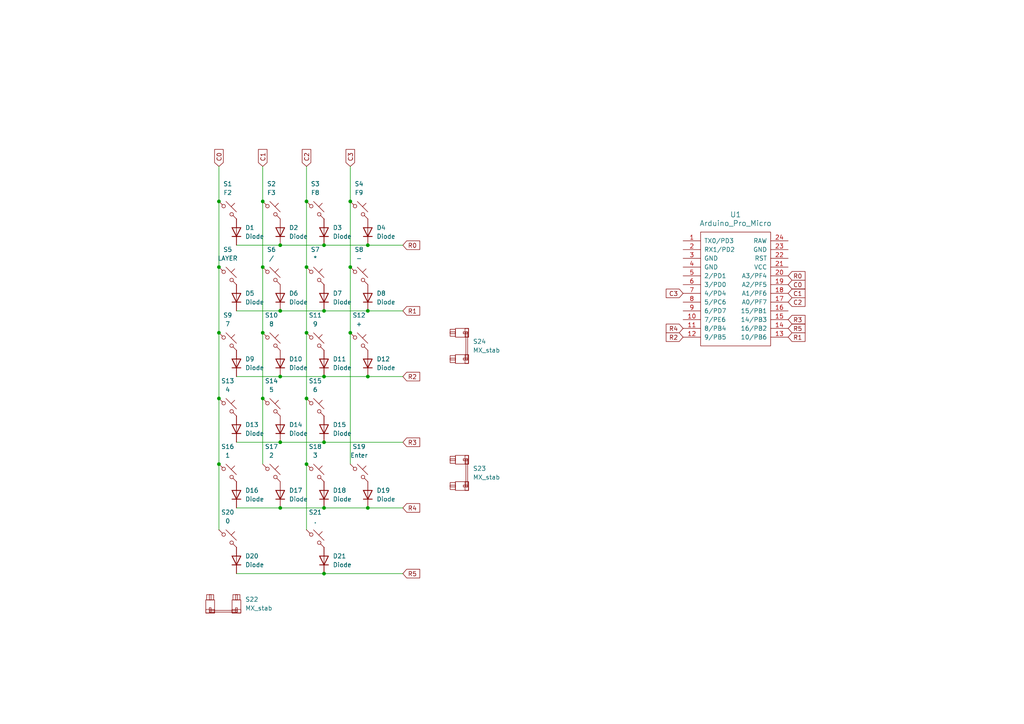
<source format=kicad_sch>
(kicad_sch (version 20230121) (generator eeschema)
  (paper "A4")
  (lib_symbols
    (symbol "PCM_marbastlib-mx:MX_stab" (pin_names (offset 1.016))
      (property "Reference" "S" (at -5.08 6.35 0))
      (property "Value" "MX_stab" (at -5.08 3.81 0))
      (symbol "MX_stab_0_1"
        (rectangle (start -5.08 -1.524) (end -2.54 -2.54))
        (rectangle (start -5.08 1.27) (end -2.54 -2.54))
        (rectangle (start -4.826 2.794) (end -2.794 1.27))
        (rectangle (start -4.064 -2.286) (end -3.556 -1.016))
        (rectangle (start -4.064 -1.778) (end 4.064 -2.286))
        (rectangle (start -4.064 1.27) (end -3.556 2.794))
        (rectangle (start 2.54 -1.524) (end 5.08 -2.54))
        (rectangle (start 2.54 1.27) (end 5.08 -2.54))
        (rectangle (start 2.794 2.794) (end 4.826 1.27))
        (rectangle (start 3.556 1.27) (end 4.064 2.794))
        (rectangle (start 4.064 -2.286) (end 3.556 -1.016))
      )
    )
    (symbol "ScottoKeebs:MCU_Arduino_Pro_Micro" (pin_names (offset 1.016))
      (property "Reference" "U" (at 0 0 0))
      (property "Value" "Arduino_Pro_Micro" (at 0 -19.05 0))
      (symbol "MCU_Arduino_Pro_Micro_0_1"
        (rectangle (start -10.16 16.51) (end 10.16 -16.51))
      )
      (symbol "MCU_Arduino_Pro_Micro_1_1"
        (pin input line (at -15.24 13.97 0) (length 5.08) (name "TX0/PD3") (number "1"))
        (pin input line (at -15.24 -8.89 0) (length 5.08) (name "7/PE6") (number "10"))
        (pin input line (at -15.24 -11.43 0) (length 5.08) (name "8/PB4") (number "11"))
        (pin input line (at -15.24 -13.97 0) (length 5.08) (name "9/PB5") (number "12"))
        (pin input line (at 15.24 -13.97 180) (length 5.08) (name "10/PB6") (number "13"))
        (pin input line (at 15.24 -11.43 180) (length 5.08) (name "16/PB2") (number "14"))
        (pin input line (at 15.24 -8.89 180) (length 5.08) (name "14/PB3") (number "15"))
        (pin input line (at 15.24 -6.35 180) (length 5.08) (name "15/PB1") (number "16"))
        (pin input line (at 15.24 -3.81 180) (length 5.08) (name "A0/PF7") (number "17"))
        (pin input line (at 15.24 -1.27 180) (length 5.08) (name "A1/PF6") (number "18"))
        (pin input line (at 15.24 1.27 180) (length 5.08) (name "A2/PF5") (number "19"))
        (pin input line (at -15.24 11.43 0) (length 5.08) (name "RX1/PD2") (number "2"))
        (pin input line (at 15.24 3.81 180) (length 5.08) (name "A3/PF4") (number "20"))
        (pin input line (at 15.24 6.35 180) (length 5.08) (name "VCC") (number "21"))
        (pin input line (at 15.24 8.89 180) (length 5.08) (name "RST") (number "22"))
        (pin input line (at 15.24 11.43 180) (length 5.08) (name "GND") (number "23"))
        (pin input line (at 15.24 13.97 180) (length 5.08) (name "RAW") (number "24"))
        (pin input line (at -15.24 8.89 0) (length 5.08) (name "GND") (number "3"))
        (pin input line (at -15.24 6.35 0) (length 5.08) (name "GND") (number "4"))
        (pin input line (at -15.24 3.81 0) (length 5.08) (name "2/PD1") (number "5"))
        (pin input line (at -15.24 1.27 0) (length 5.08) (name "3/PD0") (number "6"))
        (pin input line (at -15.24 -1.27 0) (length 5.08) (name "4/PD4") (number "7"))
        (pin input line (at -15.24 -3.81 0) (length 5.08) (name "5/PC6") (number "8"))
        (pin input line (at -15.24 -6.35 0) (length 5.08) (name "6/PD7") (number "9"))
      )
    )
    (symbol "ScottoKeebs:Placeholder_Diode" (pin_numbers hide) (pin_names hide)
      (property "Reference" "D" (at 0 2.54 0))
      (property "Value" "Diode" (at 0 -2.54 0))
      (symbol "Placeholder_Diode_0_1"
        (polyline (pts (xy -1.27 1.27) (xy -1.27 -1.27)) (stroke (width 0.254)))
        (polyline (pts (xy 1.27 0) (xy -1.27 0)))
        (polyline (pts (xy 1.27 1.27) (xy 1.27 -1.27) (xy -1.27 0) (xy 1.27 1.27)) (stroke (width 0.254)))
      )
      (symbol "Placeholder_Diode_1_1"
        (pin passive line (at -3.81 0 0) (length 2.54) (name "K") (number "1"))
        (pin passive line (at 3.81 0 180) (length 2.54) (name "A") (number "2"))
      )
    )
    (symbol "ScottoKeebs:Placeholder_Keyswitch" (pin_numbers hide) (pin_names (offset 1.016) hide)
      (property "Reference" "S" (at 3.048 1.016 0))
      (property "Value" "Keyswitch" (at 0 -3.81 0))
      (symbol "Placeholder_Keyswitch_0_1"
        (circle (center -1.1684 1.1684) (radius 0.508))
        (polyline (pts (xy -0.508 2.54) (xy 2.54 -0.508)))
        (polyline (pts (xy 1.016 1.016) (xy 2.032 2.032)))
        (polyline (pts (xy -2.54 2.54) (xy -1.524 1.524) (xy -1.524 1.524)))
        (polyline (pts (xy 1.524 -1.524) (xy 2.54 -2.54) (xy 2.54 -2.54) (xy 2.54 -2.54)))
        (circle (center 1.143 -1.1938) (radius 0.508))
        (pin passive line (at -2.54 2.54 0) (length 0) (name "1") (number "1"))
        (pin passive line (at 2.54 -2.54 180) (length 0) (name "2") (number "2"))
      )
    )
  )
  (junction (at 81.28 147.32))
  (junction (at 76.2 115.57))
  (junction (at 93.98 90.17))
  (junction (at 93.98 71.12))
  (junction (at 106.68 90.17))
  (junction (at 101.6 77.47))
  (junction (at 88.9 96.52))
  (junction (at 76.2 96.52))
  (junction (at 81.28 71.12))
  (junction (at 93.98 109.22))
  (junction (at 88.9 115.57))
  (junction (at 93.98 166.37))
  (junction (at 101.6 58.42))
  (junction (at 63.5 58.42))
  (junction (at 81.28 109.22))
  (junction (at 63.5 134.62))
  (junction (at 63.5 77.47))
  (junction (at 76.2 58.42))
  (junction (at 76.2 77.47))
  (junction (at 81.28 90.17))
  (junction (at 63.5 115.57))
  (junction (at 81.28 128.27))
  (junction (at 88.9 77.47))
  (junction (at 101.6 96.52))
  (junction (at 106.68 109.22))
  (junction (at 93.98 128.27))
  (junction (at 106.68 147.32))
  (junction (at 93.98 147.32))
  (junction (at 88.9 58.42))
  (junction (at 88.9 134.62))
  (junction (at 63.5 96.52))
  (junction (at 106.68 71.12))
  (wire (pts (xy 68.58 109.22) (xy 81.28 109.22)))
  (wire (pts (xy 81.28 71.12) (xy 93.98 71.12)))
  (wire (pts (xy 88.9 96.52) (xy 88.9 115.57)))
  (wire (pts (xy 81.28 128.27) (xy 93.98 128.27)))
  (wire (pts (xy 106.68 109.22) (xy 116.84 109.22)))
  (wire (pts (xy 106.68 90.17) (xy 116.84 90.17)))
  (wire (pts (xy 63.5 115.57) (xy 63.5 134.62)))
  (wire (pts (xy 68.58 128.27) (xy 81.28 128.27)))
  (wire (pts (xy 76.2 77.47) (xy 76.2 96.52)))
  (wire (pts (xy 76.2 58.42) (xy 76.2 77.47)))
  (wire (pts (xy 63.5 134.62) (xy 63.5 153.67)))
  (wire (pts (xy 88.9 115.57) (xy 88.9 134.62)))
  (wire (pts (xy 93.98 71.12) (xy 106.68 71.12)))
  (wire (pts (xy 88.9 77.47) (xy 88.9 96.52)))
  (wire (pts (xy 81.28 147.32) (xy 93.98 147.32)))
  (wire (pts (xy 101.6 48.26) (xy 101.6 58.42)))
  (wire (pts (xy 88.9 134.62) (xy 88.9 153.67)))
  (wire (pts (xy 68.58 71.12) (xy 81.28 71.12)))
  (wire (pts (xy 106.68 147.32) (xy 116.84 147.32)))
  (wire (pts (xy 93.98 166.37) (xy 116.84 166.37)))
  (wire (pts (xy 63.5 58.42) (xy 63.5 77.47)))
  (wire (pts (xy 63.5 77.47) (xy 63.5 96.52)))
  (wire (pts (xy 93.98 109.22) (xy 106.68 109.22)))
  (wire (pts (xy 93.98 147.32) (xy 106.68 147.32)))
  (wire (pts (xy 68.58 147.32) (xy 81.28 147.32)))
  (wire (pts (xy 63.5 96.52) (xy 63.5 115.57)))
  (wire (pts (xy 93.98 90.17) (xy 106.68 90.17)))
  (wire (pts (xy 76.2 96.52) (xy 76.2 115.57)))
  (wire (pts (xy 76.2 115.57) (xy 76.2 134.62)))
  (wire (pts (xy 68.58 90.17) (xy 81.28 90.17)))
  (wire (pts (xy 106.68 71.12) (xy 116.84 71.12)))
  (wire (pts (xy 76.2 48.26) (xy 76.2 58.42)))
  (wire (pts (xy 63.5 48.26) (xy 63.5 58.42)))
  (wire (pts (xy 81.28 109.22) (xy 93.98 109.22)))
  (wire (pts (xy 93.98 128.27) (xy 116.84 128.27)))
  (wire (pts (xy 68.58 166.37) (xy 93.98 166.37)))
  (wire (pts (xy 101.6 96.52) (xy 101.6 134.62)))
  (wire (pts (xy 88.9 58.42) (xy 88.9 77.47)))
  (wire (pts (xy 81.28 90.17) (xy 93.98 90.17)))
  (wire (pts (xy 88.9 48.26) (xy 88.9 58.42)))
  (wire (pts (xy 101.6 77.47) (xy 101.6 96.52)))
  (wire (pts (xy 101.6 58.42) (xy 101.6 77.47)))
  (global_label "C3" (shape input) (at 198.12 85.09 180) (property "Intersheetrefs" "${INTERSHEET_REFS}" (effects hide)))
  (global_label "R1" (shape input) (at 228.6 97.79 0) (property "Intersheetrefs" "${INTERSHEET_REFS}" (effects hide)))
  (global_label "R0" (shape input) (at 228.6 80.01 0) (property "Intersheetrefs" "${INTERSHEET_REFS}" (effects hide)))
  (global_label "C1" (shape input) (at 76.2 48.26 90) (property "Intersheetrefs" "${INTERSHEET_REFS}" (effects hide)))
  (global_label "R5" (shape input) (at 116.84 166.37 0) (property "Intersheetrefs" "${INTERSHEET_REFS}" (effects hide)))
  (global_label "R1" (shape input) (at 116.84 90.17 0) (property "Intersheetrefs" "${INTERSHEET_REFS}" (effects hide)))
  (global_label "C1" (shape input) (at 228.6 85.09 0) (property "Intersheetrefs" "${INTERSHEET_REFS}" (effects hide)))
  (global_label "R2" (shape input) (at 116.84 109.22 0) (property "Intersheetrefs" "${INTERSHEET_REFS}" (effects hide)))
  (global_label "R4" (shape input) (at 116.84 147.32 0) (property "Intersheetrefs" "${INTERSHEET_REFS}" (effects hide)))
  (global_label "C3" (shape input) (at 101.6 48.26 90) (property "Intersheetrefs" "${INTERSHEET_REFS}" (effects hide)))
  (global_label "R0" (shape input) (at 116.84 71.12 0) (property "Intersheetrefs" "${INTERSHEET_REFS}" (effects hide)))
  (global_label "R3" (shape input) (at 228.6 92.71 0) (property "Intersheetrefs" "${INTERSHEET_REFS}" (effects hide)))
  (global_label "R4" (shape input) (at 198.12 95.25 180) (property "Intersheetrefs" "${INTERSHEET_REFS}" (effects hide)))
  (global_label "C0" (shape input) (at 228.6 82.55 0) (property "Intersheetrefs" "${INTERSHEET_REFS}" (effects hide)))
  (global_label "C0" (shape input) (at 63.5 48.26 90) (property "Intersheetrefs" "${INTERSHEET_REFS}" (effects hide)))
  (global_label "R3" (shape input) (at 116.84 128.27 0) (property "Intersheetrefs" "${INTERSHEET_REFS}" (effects hide)))
  (global_label "R2" (shape input) (at 198.12 97.79 180) (property "Intersheetrefs" "${INTERSHEET_REFS}" (effects hide)))
  (global_label "C2" (shape input) (at 228.6 87.63 0) (property "Intersheetrefs" "${INTERSHEET_REFS}" (effects hide)))
  (global_label "R5" (shape input) (at 228.6 95.25 0) (property "Intersheetrefs" "${INTERSHEET_REFS}" (effects hide)))
  (global_label "C2" (shape input) (at 88.9 48.26 90) (property "Intersheetrefs" "${INTERSHEET_REFS}" (effects hide)))
  (symbol (lib_id "ScottoKeebs:Placeholder_Keyswitch") (at 104.14 80.01 0) (unit 1)
    (property "Reference" "S8" (at 104.14 72.39 0))
    (property "Value" "-" (at 104.14 74.93 0))
    (property "Footprint" "ScottoKeebs_MX:MX_PCB_1.00u" (effects hide))
  )
  (symbol (lib_id "ScottoKeebs:Placeholder_Keyswitch") (at 91.44 99.06 0) (unit 1)
    (property "Reference" "S11" (at 91.44 91.44 0))
    (property "Value" "9" (at 91.44 93.98 0))
    (property "Footprint" "ScottoKeebs_MX:MX_PCB_1.00u" (effects hide))
  )
  (symbol (lib_id "ScottoKeebs:Placeholder_Diode") (at 93.98 105.41 90) (unit 1)
    (property "Reference" "D11" (at 96.52 104.14 90) (effects (justify right)))
    (property "Value" "Diode" (at 96.52 106.68 90) (effects (justify right)))
    (property "Footprint" "ScottoKeebs_Components:Diode_DO-35" (effects hide))
    (property "Sim.Device" "D" (effects hide))
    (property "Sim.Pins" "1=K 2=A" (effects hide))
  )
  (symbol (lib_id "ScottoKeebs:Placeholder_Diode") (at 81.28 105.41 90) (unit 1)
    (property "Reference" "D10" (at 83.82 104.14 90) (effects (justify right)))
    (property "Value" "Diode" (at 83.82 106.68 90) (effects (justify right)))
    (property "Footprint" "ScottoKeebs_Components:Diode_DO-35" (effects hide))
    (property "Sim.Device" "D" (effects hide))
    (property "Sim.Pins" "1=K 2=A" (effects hide))
  )
  (symbol (lib_id "ScottoKeebs:Placeholder_Keyswitch") (at 91.44 118.11 0) (unit 1)
    (property "Reference" "S15" (at 91.44 110.49 0))
    (property "Value" "6" (at 91.44 113.03 0))
    (property "Footprint" "ScottoKeebs_MX:MX_PCB_1.00u" (effects hide))
  )
  (symbol (lib_id "ScottoKeebs:Placeholder_Keyswitch") (at 78.74 137.16 0) (unit 1)
    (property "Reference" "S17" (at 78.74 129.54 0))
    (property "Value" "2" (at 78.74 132.08 0))
    (property "Footprint" "ScottoKeebs_MX:MX_PCB_1.00u" (effects hide))
  )
  (symbol (lib_id "ScottoKeebs:Placeholder_Keyswitch") (at 66.04 60.96 0) (unit 1)
    (property "Reference" "S1" (at 66.04 53.34 0))
    (property "Value" "F2" (at 66.04 55.88 0))
    (property "Footprint" "ScottoKeebs_MX:MX_PCB_1.00u" (effects hide))
  )
  (symbol (lib_id "ScottoKeebs:Placeholder_Diode") (at 93.98 67.31 90) (unit 1)
    (property "Reference" "D3" (at 96.52 66.04 90) (effects (justify right)))
    (property "Value" "Diode" (at 96.52 68.58 90) (effects (justify right)))
    (property "Footprint" "ScottoKeebs_Components:Diode_DO-35" (effects hide))
    (property "Sim.Device" "D" (effects hide))
    (property "Sim.Pins" "1=K 2=A" (effects hide))
  )
  (symbol (lib_id "ScottoKeebs:Placeholder_Diode") (at 93.98 143.51 90) (unit 1)
    (property "Reference" "D18" (at 96.52 142.24 90) (effects (justify right)))
    (property "Value" "Diode" (at 96.52 144.78 90) (effects (justify right)))
    (property "Footprint" "ScottoKeebs_Components:Diode_DO-35" (effects hide))
    (property "Sim.Device" "D" (effects hide))
    (property "Sim.Pins" "1=K 2=A" (effects hide))
  )
  (symbol (lib_id "ScottoKeebs:Placeholder_Keyswitch") (at 66.04 80.01 0) (unit 1)
    (property "Reference" "S5" (at 66.04 72.39 0))
    (property "Value" "LAYER" (at 66.04 74.93 0))
    (property "Footprint" "ScottoKeebs_MX:MX_PCB_1.00u" (effects hide))
  )
  (symbol (lib_id "ScottoKeebs:Placeholder_Keyswitch") (at 66.04 137.16 0) (unit 1)
    (property "Reference" "S16" (at 66.04 129.54 0))
    (property "Value" "1" (at 66.04 132.08 0))
    (property "Footprint" "ScottoKeebs_MX:MX_PCB_1.00u" (effects hide))
  )
  (symbol (lib_id "ScottoKeebs:Placeholder_Diode") (at 93.98 124.46 90) (unit 1)
    (property "Reference" "D15" (at 96.52 123.19 90) (effects (justify right)))
    (property "Value" "Diode" (at 96.52 125.73 90) (effects (justify right)))
    (property "Footprint" "ScottoKeebs_Components:Diode_DO-35" (effects hide))
    (property "Sim.Device" "D" (effects hide))
    (property "Sim.Pins" "1=K 2=A" (effects hide))
  )
  (symbol (lib_id "ScottoKeebs:Placeholder_Diode") (at 93.98 162.56 90) (unit 1)
    (property "Reference" "D21" (at 96.52 161.29 90) (effects (justify right)))
    (property "Value" "Diode" (at 96.52 163.83 90) (effects (justify right)))
    (property "Footprint" "ScottoKeebs_Components:Diode_DO-35" (effects hide))
    (property "Sim.Device" "D" (effects hide))
    (property "Sim.Pins" "1=K 2=A" (effects hide))
  )
  (symbol (lib_id "ScottoKeebs:Placeholder_Diode") (at 106.68 86.36 90) (unit 1)
    (property "Reference" "D8" (at 109.22 85.09 90) (effects (justify right)))
    (property "Value" "Diode" (at 109.22 87.63 90) (effects (justify right)))
    (property "Footprint" "ScottoKeebs_Components:Diode_DO-35" (effects hide))
    (property "Sim.Device" "D" (effects hide))
    (property "Sim.Pins" "1=K 2=A" (effects hide))
  )
  (symbol (lib_id "ScottoKeebs:Placeholder_Keyswitch") (at 104.14 137.16 0) (unit 1)
    (property "Reference" "S19" (at 104.14 129.54 0))
    (property "Value" "Enter" (at 104.14 132.08 0))
    (property "Footprint" "ScottoKeebs_MX:MX_PCB_2.00u_90deg" (effects hide))
  )
  (symbol (lib_id "ScottoKeebs:Placeholder_Keyswitch") (at 78.74 99.06 0) (unit 1)
    (property "Reference" "S10" (at 78.74 91.44 0))
    (property "Value" "8" (at 78.74 93.98 0))
    (property "Footprint" "ScottoKeebs_MX:MX_PCB_1.00u" (effects hide))
  )
  (symbol (lib_id "ScottoKeebs:Placeholder_Keyswitch") (at 66.04 156.21 0) (unit 1)
    (property "Reference" "S20" (at 66.04 148.59 0))
    (property "Value" "0" (at 66.04 151.13 0))
    (property "Footprint" "ScottoKeebs_MX:MX_PCB_2.00u" (effects hide))
  )
  (symbol (lib_id "ScottoKeebs:Placeholder_Keyswitch") (at 78.74 60.96 0) (unit 1)
    (property "Reference" "S2" (at 78.74 53.34 0))
    (property "Value" "F3" (at 78.74 55.88 0))
    (property "Footprint" "ScottoKeebs_MX:MX_PCB_1.00u" (effects hide))
  )
  (symbol (lib_id "ScottoKeebs:Placeholder_Keyswitch") (at 78.74 118.11 0) (unit 1)
    (property "Reference" "S14" (at 78.74 110.49 0))
    (property "Value" "5" (at 78.74 113.03 0))
    (property "Footprint" "ScottoKeebs_MX:MX_PCB_1.00u" (effects hide))
  )
  (symbol (lib_id "ScottoKeebs:Placeholder_Keyswitch") (at 91.44 137.16 0) (unit 1)
    (property "Reference" "S18" (at 91.44 129.54 0))
    (property "Value" "3" (at 91.44 132.08 0))
    (property "Footprint" "ScottoKeebs_MX:MX_PCB_1.00u" (effects hide))
  )
  (symbol (lib_id "ScottoKeebs:Placeholder_Keyswitch") (at 104.14 60.96 0) (unit 1)
    (property "Reference" "S4" (at 104.14 53.34 0))
    (property "Value" "F9" (at 104.14 55.88 0))
    (property "Footprint" "ScottoKeebs_MX:MX_PCB_1.00u" (effects hide))
  )
  (symbol (lib_id "ScottoKeebs:Placeholder_Diode") (at 81.28 143.51 90) (unit 1)
    (property "Reference" "D17" (at 83.82 142.24 90) (effects (justify right)))
    (property "Value" "Diode" (at 83.82 144.78 90) (effects (justify right)))
    (property "Footprint" "ScottoKeebs_Components:Diode_DO-35" (effects hide))
    (property "Sim.Device" "D" (effects hide))
    (property "Sim.Pins" "1=K 2=A" (effects hide))
  )
  (symbol (lib_id "ScottoKeebs:Placeholder_Keyswitch") (at 91.44 156.21 0) (unit 1)
    (property "Reference" "S21" (at 91.44 148.59 0))
    (property "Value" "." (at 91.44 151.13 0))
    (property "Footprint" "ScottoKeebs_MX:MX_PCB_1.00u" (effects hide))
  )
  (symbol (lib_id "ScottoKeebs:Placeholder_Diode") (at 81.28 86.36 90) (unit 1)
    (property "Reference" "D6" (at 83.82 85.09 90) (effects (justify right)))
    (property "Value" "Diode" (at 83.82 87.63 90) (effects (justify right)))
    (property "Footprint" "ScottoKeebs_Components:Diode_DO-35" (effects hide))
    (property "Sim.Device" "D" (effects hide))
    (property "Sim.Pins" "1=K 2=A" (effects hide))
  )
  (symbol (lib_id "PCM_marbastlib-mx:MX_stab") (at 64.77 175.26 0) (unit 1)
    (property "Reference" "S22" (at 71.12 173.863 0) (effects (justify left)))
    (property "Value" "MX_stab" (at 71.12 176.403 0) (effects (justify left)))
    (property "Footprint" "PCM_marbastlib-mx:STAB_MX_2u" (effects hide))
  )
  (symbol (lib_id "ScottoKeebs:Placeholder_Keyswitch") (at 66.04 99.06 0) (unit 1)
    (property "Reference" "S9" (at 66.04 91.44 0))
    (property "Value" "7" (at 66.04 93.98 0))
    (property "Footprint" "ScottoKeebs_MX:MX_PCB_1.00u" (effects hide))
  )
  (symbol (lib_id "ScottoKeebs:Placeholder_Keyswitch") (at 91.44 80.01 0) (unit 1)
    (property "Reference" "S7" (at 91.44 72.39 0))
    (property "Value" "*" (at 91.44 74.93 0))
    (property "Footprint" "ScottoKeebs_MX:MX_PCB_1.00u" (effects hide))
  )
  (symbol (lib_id "ScottoKeebs:Placeholder_Diode") (at 68.58 86.36 90) (unit 1)
    (property "Reference" "D5" (at 71.12 85.09 90) (effects (justify right)))
    (property "Value" "Diode" (at 71.12 87.63 90) (effects (justify right)))
    (property "Footprint" "ScottoKeebs_Components:Diode_DO-35" (effects hide))
    (property "Sim.Device" "D" (effects hide))
    (property "Sim.Pins" "1=K 2=A" (effects hide))
  )
  (symbol (lib_id "ScottoKeebs:Placeholder_Diode") (at 68.58 124.46 90) (unit 1)
    (property "Reference" "D13" (at 71.12 123.19 90) (effects (justify right)))
    (property "Value" "Diode" (at 71.12 125.73 90) (effects (justify right)))
    (property "Footprint" "ScottoKeebs_Components:Diode_DO-35" (effects hide))
    (property "Sim.Device" "D" (effects hide))
    (property "Sim.Pins" "1=K 2=A" (effects hide))
  )
  (symbol (lib_id "PCM_marbastlib-mx:MX_stab") (at 133.35 137.16 90) (unit 1)
    (property "Reference" "S23" (at 137.16 135.89 90) (effects (justify right)))
    (property "Value" "MX_stab" (at 137.16 138.43 90) (effects (justify right)))
    (property "Footprint" "PCM_marbastlib-mx:STAB_MX_2u" (effects hide))
  )
  (symbol (lib_id "PCM_marbastlib-mx:MX_stab") (at 133.35 100.33 90) (unit 1)
    (property "Reference" "S24" (at 137.16 99.06 90) (effects (justify right)))
    (property "Value" "MX_stab" (at 137.16 101.6 90) (effects (justify right)))
    (property "Footprint" "PCM_marbastlib-mx:STAB_MX_2u" (effects hide))
  )
  (symbol (lib_id "ScottoKeebs:Placeholder_Diode") (at 106.68 67.31 90) (unit 1)
    (property "Reference" "D4" (at 109.22 66.04 90) (effects (justify right)))
    (property "Value" "Diode" (at 109.22 68.58 90) (effects (justify right)))
    (property "Footprint" "ScottoKeebs_Components:Diode_DO-35" (effects hide))
    (property "Sim.Device" "D" (effects hide))
    (property "Sim.Pins" "1=K 2=A" (effects hide))
  )
  (symbol (lib_id "ScottoKeebs:MCU_Arduino_Pro_Micro") (at 213.36 83.82 0) (unit 1)
    (property "Reference" "U1" (at 213.36 62.23 0) (effects (font (size 1.524 1.524))))
    (property "Value" "Arduino_Pro_Micro" (at 213.36 64.77 0) (effects (font (size 1.524 1.524))))
    (property "Footprint" "ScottoKeebs_MCU:Arduino_Pro_Micro" (effects hide))
  )
  (symbol (lib_id "ScottoKeebs:Placeholder_Diode") (at 81.28 124.46 90) (unit 1)
    (property "Reference" "D14" (at 83.82 123.19 90) (effects (justify right)))
    (property "Value" "Diode" (at 83.82 125.73 90) (effects (justify right)))
    (property "Footprint" "ScottoKeebs_Components:Diode_DO-35" (effects hide))
    (property "Sim.Device" "D" (effects hide))
    (property "Sim.Pins" "1=K 2=A" (effects hide))
  )
  (symbol (lib_id "ScottoKeebs:Placeholder_Diode") (at 93.98 86.36 90) (unit 1)
    (property "Reference" "D7" (at 96.52 85.09 90) (effects (justify right)))
    (property "Value" "Diode" (at 96.52 87.63 90) (effects (justify right)))
    (property "Footprint" "ScottoKeebs_Components:Diode_DO-35" (effects hide))
    (property "Sim.Device" "D" (effects hide))
    (property "Sim.Pins" "1=K 2=A" (effects hide))
  )
  (symbol (lib_id "ScottoKeebs:Placeholder_Diode") (at 106.68 143.51 90) (unit 1)
    (property "Reference" "D19" (at 109.22 142.24 90) (effects (justify right)))
    (property "Value" "Diode" (at 109.22 144.78 90) (effects (justify right)))
    (property "Footprint" "ScottoKeebs_Components:Diode_DO-35" (effects hide))
    (property "Sim.Device" "D" (effects hide))
    (property "Sim.Pins" "1=K 2=A" (effects hide))
  )
  (symbol (lib_id "ScottoKeebs:Placeholder_Diode") (at 68.58 105.41 90) (unit 1)
    (property "Reference" "D9" (at 71.12 104.14 90) (effects (justify right)))
    (property "Value" "Diode" (at 71.12 106.68 90) (effects (justify right)))
    (property "Footprint" "ScottoKeebs_Components:Diode_DO-35" (effects hide))
    (property "Sim.Device" "D" (effects hide))
    (property "Sim.Pins" "1=K 2=A" (effects hide))
  )
  (symbol (lib_id "ScottoKeebs:Placeholder_Diode") (at 81.28 67.31 90) (unit 1)
    (property "Reference" "D2" (at 83.82 66.04 90) (effects (justify right)))
    (property "Value" "Diode" (at 83.82 68.58 90) (effects (justify right)))
    (property "Footprint" "ScottoKeebs_Components:Diode_DO-35" (effects hide))
    (property "Sim.Device" "D" (effects hide))
    (property "Sim.Pins" "1=K 2=A" (effects hide))
  )
  (symbol (lib_id "ScottoKeebs:Placeholder_Diode") (at 68.58 143.51 90) (unit 1)
    (property "Reference" "D16" (at 71.12 142.24 90) (effects (justify right)))
    (property "Value" "Diode" (at 71.12 144.78 90) (effects (justify right)))
    (property "Footprint" "ScottoKeebs_Components:Diode_DO-35" (effects hide))
    (property "Sim.Device" "D" (effects hide))
    (property "Sim.Pins" "1=K 2=A" (effects hide))
  )
  (symbol (lib_id "ScottoKeebs:Placeholder_Keyswitch") (at 104.14 99.06 0) (unit 1)
    (property "Reference" "S12" (at 104.14 91.44 0))
    (property "Value" "+" (at 104.14 93.98 0))
    (property "Footprint" "ScottoKeebs_MX:MX_PCB_2.00u_90deg" (effects hide))
  )
  (symbol (lib_id "ScottoKeebs:Placeholder_Diode") (at 68.58 67.31 90) (unit 1)
    (property "Reference" "D1" (at 71.12 66.04 90) (effects (justify right)))
    (property "Value" "Diode" (at 71.12 68.58 90) (effects (justify right)))
    (property "Footprint" "ScottoKeebs_Components:Diode_DO-35" (effects hide))
    (property "Sim.Device" "D" (effects hide))
    (property "Sim.Pins" "1=K 2=A" (effects hide))
  )
  (symbol (lib_id "ScottoKeebs:Placeholder_Keyswitch") (at 66.04 118.11 0) (unit 1)
    (property "Reference" "S13" (at 66.04 110.49 0))
    (property "Value" "4" (at 66.04 113.03 0))
    (property "Footprint" "ScottoKeebs_MX:MX_PCB_1.00u" (effects hide))
  )
  (symbol (lib_id "ScottoKeebs:Placeholder_Diode") (at 106.68 105.41 90) (unit 1)
    (property "Reference" "D12" (at 109.22 104.14 90) (effects (justify right)))
    (property "Value" "Diode" (at 109.22 106.68 90) (effects (justify right)))
    (property "Footprint" "ScottoKeebs_Components:Diode_DO-35" (effects hide))
    (property "Sim.Device" "D" (effects hide))
    (property "Sim.Pins" "1=K 2=A" (effects hide))
  )
  (symbol (lib_id "ScottoKeebs:Placeholder_Diode") (at 68.58 162.56 90) (unit 1)
    (property "Reference" "D20" (at 71.12 161.29 90) (effects (justify right)))
    (property "Value" "Diode" (at 71.12 163.83 90) (effects (justify right)))
    (property "Footprint" "ScottoKeebs_Components:Diode_DO-35" (effects hide))
    (property "Sim.Device" "D" (effects hide))
    (property "Sim.Pins" "1=K 2=A" (effects hide))
  )
  (symbol (lib_id "ScottoKeebs:Placeholder_Keyswitch") (at 78.74 80.01 0) (unit 1)
    (property "Reference" "S6" (at 78.74 72.39 0))
    (property "Value" "/" (at 78.74 74.93 0))
    (property "Footprint" "ScottoKeebs_MX:MX_PCB_1.00u" (effects hide))
  )
  (symbol (lib_id "ScottoKeebs:Placeholder_Keyswitch") (at 91.44 60.96 0) (unit 1)
    (property "Reference" "S3" (at 91.44 53.34 0))
    (property "Value" "F8" (at 91.44 55.88 0))
    (property "Footprint" "ScottoKeebs_MX:MX_PCB_1.00u" (effects hide))
  )
)
</source>
